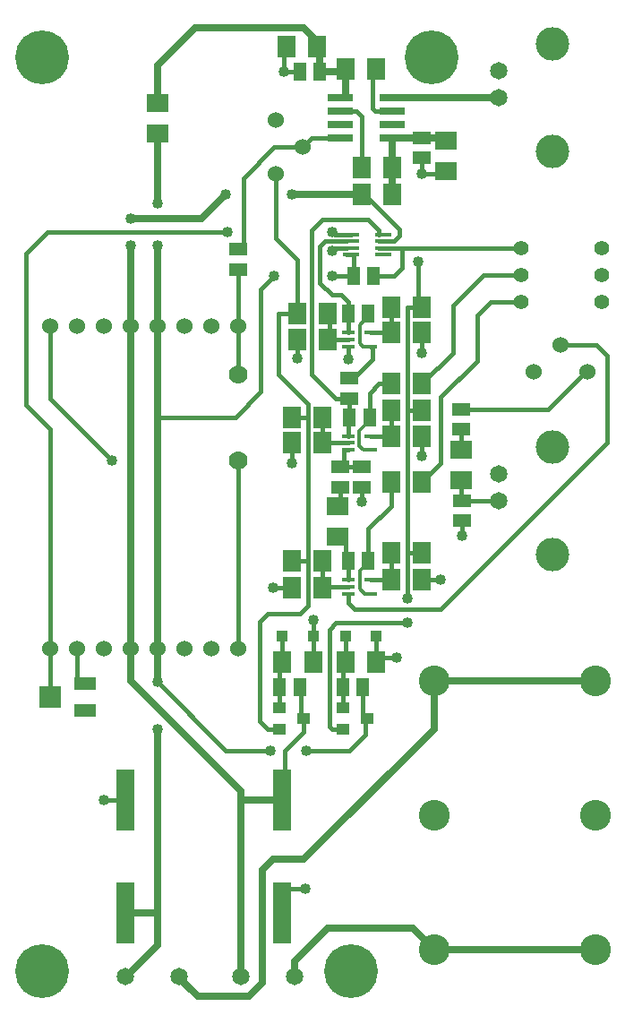
<source format=gbr>
G04 #@! TF.FileFunction,Copper,L1,Top,Signal*
%FSLAX46Y46*%
G04 Gerber Fmt 4.6, Leading zero omitted, Abs format (unit mm)*
G04 Created by KiCad (PCBNEW (after 2015-mar-04 BZR unknown)-product) date 11/22/2015 6:31:27 PM*
%MOMM*%
G01*
G04 APERTURE LIST*
%ADD10C,0.100000*%
%ADD11R,2.032000X2.032000*%
%ADD12R,2.159000X1.270000*%
%ADD13R,1.524000X0.457200*%
%ADD14R,2.387600X0.787400*%
%ADD15R,1.168400X0.457200*%
%ADD16C,1.651000*%
%ADD17C,1.397000*%
%ADD18C,1.524000*%
%ADD19R,1.143000X1.651000*%
%ADD20R,1.651000X2.032000*%
%ADD21R,2.032000X1.651000*%
%ADD22R,1.651000X1.143000*%
%ADD23R,1.270000X1.016000*%
%ADD24C,2.921000*%
%ADD25C,3.175000*%
%ADD26R,1.016000X1.016000*%
%ADD27R,1.778000X5.842000*%
%ADD28C,1.778000*%
%ADD29C,5.080000*%
%ADD30C,1.016000*%
%ADD31C,0.381000*%
%ADD32C,0.635000*%
%ADD33C,0.304800*%
G04 APERTURE END LIST*
D10*
D11*
X29972000Y-89662000D03*
D12*
X33274000Y-88392000D03*
X33274000Y-90932000D03*
D13*
X58420000Y-45974000D03*
X58420000Y-46609000D03*
X58420000Y-47244000D03*
X58420000Y-47879000D03*
X61468000Y-45974000D03*
X61468000Y-46609000D03*
X61468000Y-47244000D03*
X61468000Y-47879000D03*
D14*
X57404000Y-33020000D03*
X57404000Y-34290000D03*
X57404000Y-35560000D03*
X57404000Y-36830000D03*
X62357000Y-36830000D03*
X62357000Y-35560000D03*
X62357000Y-34290000D03*
X62357000Y-33020000D03*
D15*
X60325000Y-55245000D03*
X60325000Y-56565800D03*
X58166000Y-55245000D03*
X58166000Y-56565800D03*
X58166000Y-55905400D03*
X60325000Y-65024000D03*
X60325000Y-66344800D03*
X58166000Y-65024000D03*
X58166000Y-66344800D03*
X58166000Y-65684400D03*
X60325000Y-78613000D03*
X60325000Y-79933800D03*
X58166000Y-78613000D03*
X58166000Y-79933800D03*
X58166000Y-79273400D03*
D16*
X53086000Y-116078000D03*
X48006000Y-116078000D03*
X42164000Y-116078000D03*
X37084000Y-116078000D03*
D17*
X74549000Y-47244000D03*
X74549000Y-49784000D03*
X74549000Y-52324000D03*
X82169000Y-52324000D03*
X82169000Y-49784000D03*
X82169000Y-47244000D03*
D18*
X53848000Y-37719000D03*
X51308000Y-40259000D03*
X51308000Y-35179000D03*
D19*
X53594000Y-88773000D03*
X51689000Y-88773000D03*
X59563000Y-88773000D03*
X57658000Y-88773000D03*
D20*
X59436000Y-42164000D03*
X62357000Y-42164000D03*
D21*
X40132000Y-33528000D03*
X40132000Y-36449000D03*
D22*
X47752000Y-47371000D03*
X47752000Y-49276000D03*
D20*
X62357000Y-39624000D03*
X59436000Y-39624000D03*
X60833000Y-30353000D03*
X57912000Y-30353000D03*
D22*
X58293000Y-59563000D03*
X58293000Y-61468000D03*
D20*
X65151000Y-52832000D03*
X62230000Y-52832000D03*
X56261000Y-53467000D03*
X53340000Y-53467000D03*
D19*
X58166000Y-53467000D03*
X60071000Y-53467000D03*
D20*
X52832000Y-63246000D03*
X55753000Y-63246000D03*
X62230000Y-62611000D03*
X65151000Y-62611000D03*
X52832000Y-76835000D03*
X55753000Y-76835000D03*
X62230000Y-76073000D03*
X65151000Y-76073000D03*
D19*
X58674000Y-49911000D03*
X60579000Y-49911000D03*
D20*
X65151000Y-60071000D03*
X62230000Y-60071000D03*
D19*
X58293000Y-63246000D03*
X60198000Y-63246000D03*
D20*
X65151000Y-69342000D03*
X62230000Y-69342000D03*
D19*
X58166000Y-76835000D03*
X60071000Y-76835000D03*
D22*
X59436000Y-69850000D03*
X59436000Y-67945000D03*
X68961000Y-73025000D03*
X68961000Y-71120000D03*
D23*
X51689000Y-92710000D03*
X51689000Y-90678000D03*
X53975000Y-91694000D03*
X57658000Y-92710000D03*
X57658000Y-90678000D03*
X59944000Y-91694000D03*
D22*
X57404000Y-69850000D03*
X57404000Y-67945000D03*
X68834000Y-64389000D03*
X68834000Y-62484000D03*
D24*
X81534000Y-113538000D03*
X66294000Y-113538000D03*
X81534000Y-100838000D03*
X66294000Y-100838000D03*
X81534000Y-88138000D03*
X66294000Y-88138000D03*
D25*
X77470000Y-38100000D03*
D16*
X72390000Y-33020000D03*
X72390000Y-30480000D03*
D25*
X77470000Y-27940000D03*
X77470000Y-76200000D03*
D16*
X72390000Y-71120000D03*
X72390000Y-68580000D03*
D25*
X77470000Y-66040000D03*
D26*
X51943000Y-83947000D03*
X54864000Y-83947000D03*
X60833000Y-83947000D03*
X57912000Y-83947000D03*
D27*
X51943000Y-99441000D03*
X51943000Y-110109000D03*
X37084000Y-99441000D03*
X37084000Y-110109000D03*
D20*
X54864000Y-86360000D03*
X51943000Y-86360000D03*
X60833000Y-86360000D03*
X57912000Y-86360000D03*
D22*
X65151000Y-36830000D03*
X65151000Y-38735000D03*
D19*
X55499000Y-30607000D03*
X53594000Y-30607000D03*
D21*
X67437000Y-37084000D03*
X67437000Y-40005000D03*
D20*
X55245000Y-28194000D03*
X52324000Y-28194000D03*
X62230000Y-55245000D03*
X65151000Y-55245000D03*
X56261000Y-55880000D03*
X53340000Y-55880000D03*
D21*
X68834000Y-69215000D03*
X68834000Y-66294000D03*
D20*
X55753000Y-65659000D03*
X52832000Y-65659000D03*
X62230000Y-65024000D03*
X65151000Y-65024000D03*
X55753000Y-79375000D03*
X52832000Y-79375000D03*
X62230000Y-78613000D03*
X65151000Y-78613000D03*
D21*
X57150000Y-74549000D03*
X57150000Y-71628000D03*
D18*
X78232000Y-56388000D03*
X80772000Y-58928000D03*
X75692000Y-58928000D03*
X29972000Y-85090000D03*
X32512000Y-85090000D03*
X35052000Y-85090000D03*
X37592000Y-85090000D03*
X40132000Y-85090000D03*
X42672000Y-85090000D03*
X45212000Y-85090000D03*
X47752000Y-85090000D03*
X29972000Y-54610000D03*
X32512000Y-54610000D03*
X35052000Y-54610000D03*
X37592000Y-54610000D03*
X40132000Y-54610000D03*
X42672000Y-54610000D03*
X45212000Y-54610000D03*
X47752000Y-54610000D03*
D28*
X47752000Y-67310000D03*
X47752000Y-59182000D03*
D29*
X29210000Y-29210000D03*
X66040000Y-29210000D03*
X29210000Y-115570000D03*
X58420000Y-115570000D03*
D30*
X58166000Y-57785000D03*
X56642000Y-47498000D03*
X68961000Y-74422000D03*
X54102000Y-107823000D03*
X35052000Y-99441000D03*
X52070000Y-30607000D03*
X65151000Y-40259000D03*
X53340000Y-57658000D03*
X65151000Y-57150000D03*
X65151000Y-66929000D03*
X59436000Y-71247000D03*
X52832000Y-67564000D03*
X51054000Y-79375000D03*
X66929000Y-78613000D03*
X62738000Y-85979000D03*
X54864000Y-82423000D03*
X56642000Y-49911000D03*
X51181000Y-49911000D03*
X40132000Y-88265000D03*
X40132000Y-92710000D03*
X40132000Y-46990000D03*
X40132000Y-43053000D03*
X50800000Y-94742000D03*
X54229000Y-94742000D03*
X37592000Y-46990000D03*
X37592000Y-44450000D03*
X46609000Y-42164000D03*
X52832000Y-42164000D03*
X63754000Y-80391000D03*
X63754000Y-82677000D03*
X64770000Y-48514000D03*
X56642000Y-45720000D03*
X46736000Y-45720000D03*
X35814000Y-67310000D03*
D31*
X58166000Y-77216000D02*
X58166000Y-76835000D01*
X58166000Y-78613000D02*
X58166000Y-77216000D01*
X57912000Y-75184000D02*
X57150000Y-74549000D01*
X57912000Y-76327000D02*
X57912000Y-75184000D01*
X58166000Y-76581000D02*
X57912000Y-76327000D01*
X58166000Y-76835000D02*
X58166000Y-76581000D01*
X57404000Y-71628000D02*
X57150000Y-71628000D01*
X57404000Y-69850000D02*
X57404000Y-71628000D01*
X62230000Y-78486000D02*
X62230000Y-78613000D01*
X62103000Y-78613000D02*
X62230000Y-78486000D01*
X60325000Y-78613000D02*
X62103000Y-78613000D01*
X62230000Y-76581000D02*
X62230000Y-76073000D01*
X62230000Y-78613000D02*
X62230000Y-76581000D01*
X58166000Y-56565800D02*
X58166000Y-57785000D01*
X58039000Y-47244000D02*
X56896000Y-47244000D01*
X56896000Y-47244000D02*
X56642000Y-47498000D01*
X68961000Y-73025000D02*
X68961000Y-74422000D01*
X52451000Y-107823000D02*
X54102000Y-107823000D01*
X51943000Y-108331000D02*
X52451000Y-107823000D01*
X51943000Y-110109000D02*
X51943000Y-108331000D01*
X37084000Y-99441000D02*
X35052000Y-99441000D01*
X35179000Y-54483000D02*
X35052000Y-54610000D01*
X35052000Y-54610000D02*
X35179000Y-54483000D01*
X35052000Y-54864000D02*
X35052000Y-54610000D01*
X52070000Y-28575000D02*
X52324000Y-28194000D01*
X52070000Y-30607000D02*
X53594000Y-30607000D01*
X52070000Y-28575000D02*
X52070000Y-30607000D01*
X67056000Y-40259000D02*
X67437000Y-40005000D01*
X65151000Y-40259000D02*
X65151000Y-38735000D01*
X67056000Y-40259000D02*
X65151000Y-40259000D01*
X53340000Y-55880000D02*
X53340000Y-57658000D01*
X65151000Y-55245000D02*
X65151000Y-57150000D01*
X65151000Y-65024000D02*
X65151000Y-66929000D01*
X59436000Y-69850000D02*
X59436000Y-71247000D01*
X52832000Y-65659000D02*
X52832000Y-67564000D01*
X52832000Y-79375000D02*
X51054000Y-79375000D01*
X65151000Y-78613000D02*
X66929000Y-78613000D01*
X61087000Y-85979000D02*
X62738000Y-85979000D01*
X60833000Y-86233000D02*
X61087000Y-85979000D01*
X60833000Y-83947000D02*
X60833000Y-86233000D01*
X54864000Y-86360000D02*
X54864000Y-83947000D01*
X54864000Y-83947000D02*
X54864000Y-82423000D01*
X55753000Y-77216000D02*
X55753000Y-76835000D01*
X55753000Y-78994000D02*
X55753000Y-77216000D01*
X56032400Y-79273400D02*
X55753000Y-78994000D01*
X58166000Y-79273400D02*
X56032400Y-79273400D01*
X62230000Y-62865000D02*
X62230000Y-62611000D01*
X62230000Y-64770000D02*
X62230000Y-62865000D01*
X61976000Y-65024000D02*
X62230000Y-64770000D01*
X60325000Y-65024000D02*
X61976000Y-65024000D01*
X55753000Y-63754000D02*
X55753000Y-63246000D01*
X55753000Y-65532000D02*
X55753000Y-63754000D01*
X55905400Y-65684400D02*
X55753000Y-65532000D01*
X58166000Y-65684400D02*
X55905400Y-65684400D01*
X72390000Y-71120000D02*
X68961000Y-71120000D01*
X69088000Y-70993000D02*
X68961000Y-71120000D01*
X68834000Y-69215000D02*
X68834000Y-71374000D01*
X68834000Y-71374000D02*
X68961000Y-71120000D01*
X68834000Y-64389000D02*
X68834000Y-66040000D01*
X68834000Y-66040000D02*
X68834000Y-66294000D01*
X56388000Y-53848000D02*
X56261000Y-53467000D01*
X56388000Y-55753000D02*
X56388000Y-53848000D01*
X56540400Y-55905400D02*
X56388000Y-55753000D01*
X58166000Y-55905400D02*
X56540400Y-55905400D01*
X62230000Y-53086000D02*
X62230000Y-52832000D01*
X62230000Y-55245000D02*
X62230000Y-53086000D01*
X60325000Y-55245000D02*
X62230000Y-55245000D01*
D32*
X40132000Y-29972000D02*
X40132000Y-33528000D01*
X43688000Y-26416000D02*
X40132000Y-29972000D01*
X53975000Y-26416000D02*
X43688000Y-26416000D01*
X55245000Y-27686000D02*
X53975000Y-26416000D01*
X55245000Y-28194000D02*
X55245000Y-27686000D01*
X55499000Y-28448000D02*
X55245000Y-28194000D01*
X55499000Y-30607000D02*
X55499000Y-28448000D01*
X57912000Y-30480000D02*
X57912000Y-30353000D01*
X57912000Y-32893000D02*
X57912000Y-30480000D01*
X57785000Y-33020000D02*
X57912000Y-32893000D01*
X57404000Y-33020000D02*
X57785000Y-33020000D01*
X57912000Y-30607000D02*
X57912000Y-30353000D01*
X55499000Y-30607000D02*
X57912000Y-30607000D01*
X62357000Y-39243000D02*
X62357000Y-39624000D01*
X62357000Y-36830000D02*
X62357000Y-39243000D01*
X62357000Y-42037000D02*
X62357000Y-42164000D01*
X62357000Y-39624000D02*
X62357000Y-42037000D01*
X64770000Y-36830000D02*
X65151000Y-36830000D01*
X62357000Y-36830000D02*
X64770000Y-36830000D01*
X67183000Y-36830000D02*
X67437000Y-37084000D01*
X65151000Y-36830000D02*
X67183000Y-36830000D01*
D31*
X57785000Y-88900000D02*
X57658000Y-88773000D01*
X57658000Y-89027000D02*
X57785000Y-88900000D01*
X57658000Y-90678000D02*
X57658000Y-89027000D01*
X57785000Y-86487000D02*
X57912000Y-86360000D01*
X57658000Y-86614000D02*
X57785000Y-86487000D01*
X57658000Y-88773000D02*
X57658000Y-86614000D01*
X57785000Y-86106000D02*
X57912000Y-86360000D01*
X57912000Y-85979000D02*
X57785000Y-86106000D01*
X57912000Y-83947000D02*
X57912000Y-85979000D01*
X51816000Y-89027000D02*
X51689000Y-88773000D01*
X51689000Y-89154000D02*
X51816000Y-89027000D01*
X51689000Y-90678000D02*
X51689000Y-89154000D01*
X51943000Y-86995000D02*
X51943000Y-86360000D01*
X51689000Y-87249000D02*
X51943000Y-86995000D01*
X51689000Y-88773000D02*
X51689000Y-87249000D01*
X51943000Y-83947000D02*
X51943000Y-86360000D01*
D32*
X40132000Y-85090000D02*
X40132000Y-63246000D01*
X40132000Y-88265000D02*
X40132000Y-85090000D01*
D31*
X58674000Y-49911000D02*
X56642000Y-49911000D01*
X51181000Y-49911000D02*
X49911000Y-51181000D01*
X49911000Y-51181000D02*
X49911000Y-60833000D01*
X49911000Y-60833000D02*
X47498000Y-63246000D01*
X47498000Y-63246000D02*
X40132000Y-63246000D01*
X58674000Y-49911000D02*
X58674000Y-47879000D01*
X58674000Y-47879000D02*
X58039000Y-47879000D01*
D32*
X37211000Y-116078000D02*
X37084000Y-116078000D01*
X40132000Y-113157000D02*
X37211000Y-116078000D01*
X40132000Y-110109000D02*
X40132000Y-113157000D01*
X37084000Y-110109000D02*
X40132000Y-110109000D01*
X40132000Y-92710000D02*
X40132000Y-110109000D01*
X40132000Y-54610000D02*
X40132000Y-63246000D01*
X40259000Y-36576000D02*
X40132000Y-36449000D01*
X40132000Y-36703000D02*
X40259000Y-36576000D01*
X40132000Y-36703000D02*
X40132000Y-36449000D01*
X40132000Y-43053000D02*
X40132000Y-36703000D01*
X40132000Y-54610000D02*
X40132000Y-46990000D01*
X59690000Y-89154000D02*
X59563000Y-88773000D01*
X59817000Y-91694000D02*
X59690000Y-91567000D01*
X59944000Y-91694000D02*
X59817000Y-91694000D01*
D31*
X59690000Y-89154000D02*
X59563000Y-88773000D01*
X59563000Y-89281000D02*
X59690000Y-89154000D01*
X59563000Y-91313000D02*
X59563000Y-89281000D01*
X59944000Y-91694000D02*
X59563000Y-91313000D01*
X59817000Y-91694000D02*
X59944000Y-91694000D01*
X46609000Y-94742000D02*
X50800000Y-94742000D01*
X54229000Y-94742000D02*
X58293000Y-94742000D01*
X58293000Y-94742000D02*
X59817000Y-93218000D01*
X59817000Y-93218000D02*
X59817000Y-91694000D01*
X40132000Y-88265000D02*
X46609000Y-94742000D01*
X61087000Y-46609000D02*
X62484000Y-46609000D01*
X60198000Y-42672000D02*
X59436000Y-42291000D01*
X61722000Y-44196000D02*
X60198000Y-42672000D01*
X62992000Y-45466000D02*
X61722000Y-44196000D01*
X62992000Y-46101000D02*
X62992000Y-45466000D01*
X62484000Y-46609000D02*
X62992000Y-46101000D01*
X59436000Y-42291000D02*
X59436000Y-42164000D01*
D32*
X37592000Y-88138000D02*
X48006000Y-98552000D01*
X48006000Y-99441000D02*
X48006000Y-116078000D01*
X48006000Y-98552000D02*
X48006000Y-99441000D01*
X37592000Y-85217000D02*
X37592000Y-88138000D01*
X51943000Y-99441000D02*
X48006000Y-99441000D01*
X37592000Y-54737000D02*
X37592000Y-85217000D01*
D31*
X59436000Y-42291000D02*
X59436000Y-42164000D01*
D32*
X37592000Y-55118000D02*
X37592000Y-54737000D01*
X52832000Y-42164000D02*
X59436000Y-42164000D01*
X44323000Y-44450000D02*
X37592000Y-44450000D01*
X46609000Y-42164000D02*
X44323000Y-44450000D01*
X37592000Y-54737000D02*
X37592000Y-46990000D01*
X53721000Y-89154000D02*
X53594000Y-88773000D01*
D31*
X53721000Y-89154000D02*
X53594000Y-88773000D01*
X53721000Y-91567000D02*
X53721000Y-89154000D01*
X53848000Y-91694000D02*
X53721000Y-91567000D01*
X53975000Y-91694000D02*
X53848000Y-91694000D01*
X52197000Y-97536000D02*
X51943000Y-99441000D01*
X53975000Y-92964000D02*
X52197000Y-94742000D01*
X52197000Y-94742000D02*
X52197000Y-97536000D01*
X53975000Y-91694000D02*
X53975000Y-92964000D01*
D32*
X72390000Y-33020000D02*
X62357000Y-33020000D01*
D31*
X42037000Y-116078000D02*
X42164000Y-116078000D01*
D32*
X43942000Y-117983000D02*
X42037000Y-116078000D01*
X48768000Y-117983000D02*
X43942000Y-117983000D01*
X50038000Y-116713000D02*
X48768000Y-117983000D01*
X50038000Y-106045000D02*
X50038000Y-116713000D01*
X51054000Y-105029000D02*
X50038000Y-106045000D01*
X53975000Y-105029000D02*
X51054000Y-105029000D01*
X66294000Y-92710000D02*
X53975000Y-105029000D01*
X66294000Y-88265000D02*
X66294000Y-92710000D01*
D31*
X66167000Y-88138000D02*
X66294000Y-88265000D01*
D32*
X81534000Y-88138000D02*
X66167000Y-88138000D01*
X53086000Y-114681000D02*
X53086000Y-116078000D01*
X56261000Y-111506000D02*
X53086000Y-114681000D01*
X64262000Y-111506000D02*
X56261000Y-111506000D01*
X66294000Y-113538000D02*
X64262000Y-111506000D01*
X81534000Y-113538000D02*
X66294000Y-113538000D01*
D31*
X47752000Y-54737000D02*
X47752000Y-49403000D01*
X47752000Y-49403000D02*
X47752000Y-49276000D01*
X47752000Y-59182000D02*
X47752000Y-54991000D01*
X47752000Y-54991000D02*
X47752000Y-54737000D01*
X68834000Y-62484000D02*
X77089000Y-62484000D01*
X77089000Y-62484000D02*
X80645000Y-58928000D01*
X80645000Y-58928000D02*
X80772000Y-58928000D01*
X69469000Y-62230000D02*
X69088000Y-62611000D01*
X69088000Y-62611000D02*
X68834000Y-62484000D01*
X57531000Y-67945000D02*
X57404000Y-67945000D01*
X59436000Y-67945000D02*
X57531000Y-67945000D01*
X57785000Y-67945000D02*
X57404000Y-67945000D01*
X57785000Y-66421000D02*
X57785000Y-67945000D01*
X57861200Y-66344800D02*
X57785000Y-66421000D01*
X58166000Y-66344800D02*
X57861200Y-66344800D01*
X57531000Y-92710000D02*
X57658000Y-92710000D01*
X63754000Y-76073000D02*
X63754000Y-80391000D01*
X63754000Y-62611000D02*
X63754000Y-76073000D01*
X63754000Y-52832000D02*
X63754000Y-62611000D01*
X63754000Y-82677000D02*
X57023000Y-82677000D01*
X57023000Y-82677000D02*
X56388000Y-83312000D01*
X56388000Y-83312000D02*
X56388000Y-92456000D01*
X56388000Y-92456000D02*
X56642000Y-92710000D01*
X56642000Y-92710000D02*
X57531000Y-92710000D01*
X65151000Y-52832000D02*
X63754000Y-52832000D01*
X65151000Y-62611000D02*
X63754000Y-62611000D01*
X65151000Y-76073000D02*
X63754000Y-76073000D01*
X64770000Y-52832000D02*
X65151000Y-52832000D01*
X64770000Y-48514000D02*
X64770000Y-52832000D01*
X51562000Y-92710000D02*
X51689000Y-92710000D01*
X51562000Y-53467000D02*
X51562000Y-59182000D01*
X51562000Y-59182000D02*
X54356000Y-61976000D01*
X54356000Y-76835000D02*
X54356000Y-81026000D01*
X54356000Y-63246000D02*
X54356000Y-76835000D01*
X54356000Y-61976000D02*
X54356000Y-63246000D01*
X54356000Y-81026000D02*
X53594000Y-81788000D01*
X53594000Y-81788000D02*
X50546000Y-81788000D01*
X50546000Y-81788000D02*
X49784000Y-82550000D01*
X49784000Y-82550000D02*
X49784000Y-91948000D01*
X49784000Y-91948000D02*
X50546000Y-92710000D01*
X50546000Y-92710000D02*
X51562000Y-92710000D01*
X53340000Y-53467000D02*
X51562000Y-53467000D01*
X52832000Y-76835000D02*
X54356000Y-76835000D01*
X52832000Y-63246000D02*
X54356000Y-63246000D01*
X51308000Y-46355000D02*
X53340000Y-48387000D01*
X53340000Y-48387000D02*
X53340000Y-53467000D01*
X51308000Y-40259000D02*
X51308000Y-46355000D01*
X62230000Y-69596000D02*
X62230000Y-69342000D01*
X60071000Y-73787000D02*
X62230000Y-71628000D01*
X62230000Y-71628000D02*
X62230000Y-69596000D01*
X60071000Y-76835000D02*
X60071000Y-73787000D01*
D33*
X59944000Y-77089000D02*
X60071000Y-76835000D01*
X59258200Y-77774800D02*
X59944000Y-77089000D01*
X59258200Y-79451200D02*
X59258200Y-77774800D01*
X59740800Y-79933800D02*
X59258200Y-79451200D01*
X60325000Y-79933800D02*
X59740800Y-79933800D01*
D31*
X71628000Y-52324000D02*
X70358000Y-53594000D01*
X70358000Y-53594000D02*
X70358000Y-57912000D01*
X70358000Y-57912000D02*
X66929000Y-61341000D01*
X66929000Y-61341000D02*
X66929000Y-67564000D01*
X66929000Y-67564000D02*
X65151000Y-69342000D01*
X74549000Y-52324000D02*
X71628000Y-52324000D01*
X58166000Y-63754000D02*
X58293000Y-63246000D01*
X58166000Y-65024000D02*
X58166000Y-63754000D01*
X58293000Y-62992000D02*
X58293000Y-63246000D01*
X58293000Y-61468000D02*
X58293000Y-62992000D01*
X58039000Y-61468000D02*
X58293000Y-61468000D01*
X61087000Y-45593000D02*
X60071000Y-44577000D01*
X60071000Y-44577000D02*
X55753000Y-44577000D01*
X55753000Y-44577000D02*
X54737000Y-45593000D01*
X54737000Y-45593000D02*
X54737000Y-59182000D01*
X54737000Y-59182000D02*
X57023000Y-61468000D01*
X57023000Y-61468000D02*
X58039000Y-61468000D01*
X61087000Y-45974000D02*
X61087000Y-45593000D01*
X61976000Y-60071000D02*
X62230000Y-60071000D01*
X60198000Y-60960000D02*
X61087000Y-60071000D01*
X61087000Y-60071000D02*
X61976000Y-60071000D01*
X60198000Y-63246000D02*
X60198000Y-60960000D01*
D33*
X60020200Y-63804800D02*
X60198000Y-63246000D01*
X59944000Y-63804800D02*
X60020200Y-63804800D01*
X59613800Y-66344800D02*
X59232800Y-65963800D01*
X59232800Y-65963800D02*
X59232800Y-64516000D01*
X59232800Y-64516000D02*
X59944000Y-63804800D01*
X60325000Y-66344800D02*
X59613800Y-66344800D01*
D31*
X70993000Y-49784000D02*
X68072000Y-52705000D01*
X68072000Y-52705000D02*
X68072000Y-57150000D01*
X68072000Y-57150000D02*
X65151000Y-60071000D01*
X74549000Y-49784000D02*
X70993000Y-49784000D01*
X29972000Y-85090000D02*
X29972000Y-89281000D01*
X29972000Y-89281000D02*
X30099000Y-89408000D01*
X30099000Y-89408000D02*
X29972000Y-89662000D01*
X29972000Y-85090000D02*
X29972000Y-64389000D01*
X56896000Y-45974000D02*
X58166000Y-45974000D01*
X56642000Y-45720000D02*
X56896000Y-45974000D01*
X29718000Y-45720000D02*
X46736000Y-45720000D01*
X27686000Y-47752000D02*
X29718000Y-45720000D01*
X27686000Y-62103000D02*
X27686000Y-47752000D01*
X29972000Y-64389000D02*
X27686000Y-62103000D01*
X58166000Y-45974000D02*
X58420000Y-45974000D01*
X58166000Y-80772000D02*
X58801000Y-81407000D01*
X58801000Y-81407000D02*
X66929000Y-81407000D01*
X66929000Y-81407000D02*
X82677000Y-65659000D01*
X82677000Y-65659000D02*
X82677000Y-57404000D01*
X82677000Y-57404000D02*
X81661000Y-56388000D01*
X81661000Y-56388000D02*
X78232000Y-56388000D01*
X58166000Y-79933800D02*
X58166000Y-80772000D01*
X61214000Y-47244000D02*
X61087000Y-47244000D01*
X63246000Y-47244000D02*
X61214000Y-47244000D01*
X74549000Y-47244000D02*
X63246000Y-47244000D01*
X62484000Y-49911000D02*
X63246000Y-49149000D01*
X63246000Y-49149000D02*
X63246000Y-47244000D01*
X60579000Y-49911000D02*
X62484000Y-49911000D01*
X56007000Y-46609000D02*
X55499000Y-47117000D01*
X58039000Y-46609000D02*
X56007000Y-46609000D01*
X58166000Y-52324000D02*
X58166000Y-53340000D01*
X57531000Y-51689000D02*
X58166000Y-52324000D01*
X56642000Y-51689000D02*
X57531000Y-51689000D01*
X55499000Y-50546000D02*
X56642000Y-51689000D01*
X55499000Y-47117000D02*
X55499000Y-50546000D01*
X58166000Y-53467000D02*
X58166000Y-55245000D01*
X58166000Y-53340000D02*
X58166000Y-53467000D01*
X58166000Y-53340000D02*
X58166000Y-53467000D01*
X60452000Y-56642000D02*
X60325000Y-56565800D01*
X60452000Y-57785000D02*
X60452000Y-56642000D01*
X58674000Y-59563000D02*
X60452000Y-57785000D01*
X58293000Y-59563000D02*
X58674000Y-59563000D01*
D33*
X59664600Y-54152800D02*
X60071000Y-53467000D01*
X59537600Y-56565800D02*
X59258200Y-56286400D01*
X59258200Y-56286400D02*
X59258200Y-54559200D01*
X59258200Y-54559200D02*
X59664600Y-54152800D01*
X60325000Y-56565800D02*
X59537600Y-56565800D01*
D31*
X60452000Y-30988000D02*
X60833000Y-30353000D01*
X60706000Y-34290000D02*
X60452000Y-34036000D01*
X60452000Y-34036000D02*
X60452000Y-30988000D01*
X62357000Y-34290000D02*
X60706000Y-34290000D01*
X59436000Y-39497000D02*
X59436000Y-39624000D01*
X58928000Y-34290000D02*
X59436000Y-34798000D01*
X59436000Y-34798000D02*
X59436000Y-39497000D01*
X57404000Y-34290000D02*
X58928000Y-34290000D01*
X54737000Y-36830000D02*
X53848000Y-37719000D01*
X57404000Y-36830000D02*
X54737000Y-36830000D01*
X48260000Y-47371000D02*
X47752000Y-47371000D01*
X51181000Y-37719000D02*
X48260000Y-40640000D01*
X48260000Y-40640000D02*
X48260000Y-47371000D01*
X53848000Y-37719000D02*
X51181000Y-37719000D01*
X33020000Y-88519000D02*
X33274000Y-88392000D01*
X32512000Y-88011000D02*
X33020000Y-88519000D01*
X32512000Y-85217000D02*
X32512000Y-88011000D01*
X47752000Y-85090000D02*
X47752000Y-67437000D01*
X47752000Y-67437000D02*
X47752000Y-67310000D01*
X29972000Y-61468000D02*
X35814000Y-67310000D01*
X29972000Y-54610000D02*
X29972000Y-61468000D01*
X47752000Y-67437000D02*
X47752000Y-67310000D01*
M02*

</source>
